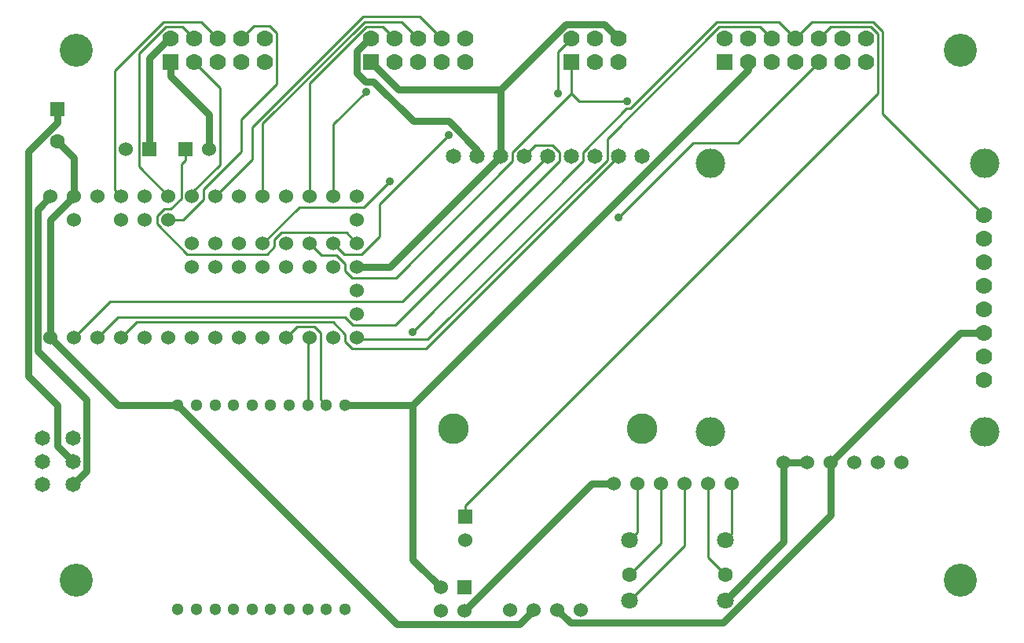
<source format=gbl>
G04 (created by PCBNEW (2013-jul-07)-stable) date Mon 24 Nov 2014 01:20:38 PM PST*
%MOIN*%
G04 Gerber Fmt 3.4, Leading zero omitted, Abs format*
%FSLAX34Y34*%
G01*
G70*
G90*
G04 APERTURE LIST*
%ADD10C,0.00590551*%
%ADD11C,0.0511811*%
%ADD12C,0.06*%
%ADD13R,0.06X0.06*%
%ADD14C,0.0629921*%
%ADD15C,0.0708661*%
%ADD16C,0.065*%
%ADD17C,0.13*%
%ADD18C,0.07*%
%ADD19C,0.125*%
%ADD20R,0.07X0.07*%
%ADD21R,0.063X0.063*%
%ADD22C,0.063*%
%ADD23C,0.14*%
%ADD24C,0.035*%
%ADD25C,0.03*%
%ADD26C,0.01*%
G04 APERTURE END LIST*
G54D10*
G54D11*
X23893Y-27569D03*
X23105Y-27569D03*
X22318Y-27569D03*
X21531Y-27569D03*
X20743Y-27569D03*
X19956Y-27569D03*
X19168Y-27569D03*
X18381Y-27569D03*
X17594Y-27569D03*
X16806Y-27569D03*
X16806Y-36230D03*
X17594Y-36230D03*
X18381Y-36230D03*
X19168Y-36230D03*
X19956Y-36230D03*
X20743Y-36230D03*
X21531Y-36230D03*
X22318Y-36230D03*
X23105Y-36230D03*
X23893Y-36230D03*
G54D12*
X11400Y-24700D03*
X12400Y-24700D03*
X13400Y-24700D03*
X14400Y-24700D03*
X15400Y-24700D03*
X16400Y-24700D03*
X17400Y-24700D03*
X18400Y-24700D03*
X19400Y-24700D03*
X20400Y-24700D03*
X21400Y-24700D03*
X22400Y-24700D03*
X23400Y-24700D03*
X24400Y-24700D03*
X24400Y-23700D03*
X24400Y-22700D03*
X24400Y-21700D03*
X24400Y-20700D03*
X24400Y-19700D03*
X24400Y-18700D03*
X23400Y-18700D03*
X22400Y-18700D03*
X21400Y-18700D03*
X20400Y-18700D03*
X19400Y-18700D03*
X18400Y-18700D03*
X17400Y-18700D03*
X16400Y-18700D03*
X15400Y-18700D03*
X14400Y-18700D03*
X13400Y-18700D03*
X12400Y-18700D03*
X11400Y-18700D03*
X17400Y-21700D03*
X18400Y-21700D03*
X19400Y-21700D03*
X20400Y-21700D03*
X21400Y-21700D03*
X22400Y-21700D03*
X23400Y-21700D03*
X23400Y-20700D03*
X22400Y-20700D03*
X21400Y-20700D03*
X20400Y-20700D03*
X19400Y-20700D03*
X18400Y-20700D03*
X17400Y-20700D03*
X16400Y-19700D03*
X15400Y-19700D03*
X14400Y-19700D03*
X12400Y-19700D03*
X35300Y-30900D03*
X36300Y-30900D03*
X37300Y-30900D03*
X38300Y-30900D03*
X39300Y-30900D03*
X40300Y-30900D03*
X33900Y-36250D03*
X32900Y-36250D03*
X31900Y-36250D03*
X30900Y-36250D03*
G54D13*
X28950Y-35300D03*
G54D12*
X28950Y-36300D03*
X27950Y-35300D03*
X27950Y-36300D03*
G54D13*
X17140Y-16700D03*
G54D12*
X18140Y-16700D03*
G54D13*
X15600Y-16700D03*
G54D12*
X14600Y-16700D03*
G54D13*
X29000Y-32300D03*
G54D12*
X29000Y-33300D03*
X42500Y-30000D03*
X43500Y-30000D03*
X44500Y-30000D03*
X45500Y-30000D03*
X46500Y-30000D03*
X47500Y-30000D03*
G54D14*
X35972Y-34750D03*
X40027Y-34750D03*
G54D15*
X35972Y-33293D03*
X35976Y-35852D03*
X40027Y-33293D03*
X40027Y-35852D03*
G54D16*
X12350Y-30930D03*
X12350Y-29950D03*
X12350Y-28970D03*
X11050Y-28970D03*
X11050Y-29950D03*
X11050Y-30930D03*
X36500Y-17000D03*
X35500Y-17000D03*
X34500Y-17000D03*
X33500Y-17000D03*
X32500Y-17000D03*
X31500Y-17000D03*
X30500Y-17000D03*
X29500Y-17000D03*
G54D17*
X36500Y-28560D03*
X28500Y-28560D03*
G54D16*
X28500Y-17000D03*
G54D18*
X51000Y-19500D03*
X51000Y-20500D03*
X51000Y-21500D03*
X51000Y-22500D03*
X51000Y-23500D03*
X51000Y-24500D03*
X51000Y-25500D03*
X51000Y-26500D03*
G54D19*
X51030Y-17290D03*
X51030Y-28710D03*
X39410Y-17290D03*
X39410Y-28710D03*
G54D20*
X40000Y-13000D03*
G54D18*
X40000Y-12000D03*
X41000Y-13000D03*
X41000Y-12000D03*
X42000Y-13000D03*
X42000Y-12000D03*
X43000Y-13000D03*
X43000Y-12000D03*
X44000Y-13000D03*
X44000Y-12000D03*
X45000Y-13000D03*
X45000Y-12000D03*
X46000Y-13000D03*
X46000Y-12000D03*
G54D20*
X16500Y-13000D03*
G54D18*
X16500Y-12000D03*
X17500Y-13000D03*
X17500Y-12000D03*
X18500Y-13000D03*
X18500Y-12000D03*
X19500Y-13000D03*
X19500Y-12000D03*
X20500Y-13000D03*
X20500Y-12000D03*
G54D20*
X25000Y-13000D03*
G54D18*
X25000Y-12000D03*
X26000Y-13000D03*
X26000Y-12000D03*
X27000Y-13000D03*
X27000Y-12000D03*
X28000Y-13000D03*
X28000Y-12000D03*
X29000Y-13000D03*
X29000Y-12000D03*
G54D20*
X33500Y-13000D03*
G54D18*
X33500Y-12000D03*
X34500Y-13000D03*
X34500Y-12000D03*
X35500Y-13000D03*
X35500Y-12000D03*
G54D21*
X11690Y-14991D03*
G54D22*
X11690Y-16369D03*
G54D23*
X50000Y-35000D03*
X50000Y-12500D03*
X12500Y-35000D03*
X12500Y-12500D03*
G54D24*
X35506Y-19594D03*
X32944Y-14317D03*
X28282Y-16106D03*
X35850Y-14653D03*
X25784Y-18077D03*
X26749Y-24450D03*
X24796Y-14251D03*
G54D25*
X26774Y-34124D02*
X26774Y-27569D01*
X27950Y-35300D02*
X26774Y-34124D01*
X41000Y-13343D02*
X26774Y-27569D01*
X41000Y-13000D02*
X41000Y-13343D01*
X26774Y-27569D02*
X23893Y-27569D01*
X34350Y-30900D02*
X35300Y-30900D01*
X28950Y-36300D02*
X34350Y-30900D01*
X15600Y-12828D02*
X15600Y-16700D01*
X16428Y-12000D02*
X15600Y-12828D01*
X16500Y-12000D02*
X16428Y-12000D01*
X12926Y-30353D02*
X12350Y-30930D01*
X12926Y-27338D02*
X12926Y-30353D01*
X10847Y-25259D02*
X12926Y-27338D01*
X10847Y-19252D02*
X10847Y-25259D01*
X11400Y-18700D02*
X10847Y-19252D01*
X24927Y-12000D02*
X25000Y-12000D01*
X24399Y-12528D02*
X24927Y-12000D01*
X24399Y-13464D02*
X24399Y-12528D01*
X24761Y-13826D02*
X24399Y-13464D01*
X25107Y-13826D02*
X24761Y-13826D01*
X26792Y-15511D02*
X25107Y-13826D01*
X28288Y-15511D02*
X26792Y-15511D01*
X29500Y-16722D02*
X28288Y-15511D01*
X29500Y-17000D02*
X29500Y-16722D01*
X44500Y-32236D02*
X44500Y-30000D01*
X39929Y-36807D02*
X44500Y-32236D01*
X33457Y-36807D02*
X39929Y-36807D01*
X32900Y-36250D02*
X33457Y-36807D01*
X50000Y-24500D02*
X51000Y-24500D01*
X44500Y-30000D02*
X50000Y-24500D01*
G54D26*
X38657Y-16443D02*
X35506Y-19594D01*
X40556Y-16443D02*
X38657Y-16443D01*
X44000Y-13000D02*
X40556Y-16443D01*
X32944Y-12555D02*
X32944Y-14317D01*
X33500Y-12000D02*
X32944Y-12555D01*
X23856Y-21156D02*
X23400Y-20700D01*
X24589Y-21156D02*
X23856Y-21156D01*
X25356Y-20389D02*
X24589Y-21156D01*
X25356Y-19033D02*
X25356Y-20389D01*
X28282Y-16106D02*
X25356Y-19033D01*
X22900Y-21200D02*
X22400Y-20700D01*
X23540Y-21200D02*
X22900Y-21200D01*
X23900Y-21559D02*
X23540Y-21200D01*
X23900Y-21863D02*
X23900Y-21559D01*
X24188Y-22152D02*
X23900Y-21863D01*
X26048Y-22152D02*
X24188Y-22152D01*
X31000Y-17200D02*
X26048Y-22152D01*
X31000Y-16821D02*
X31000Y-17200D01*
X33500Y-14321D02*
X31000Y-16821D01*
X33500Y-13000D02*
X33500Y-14321D01*
X33832Y-14653D02*
X35850Y-14653D01*
X33500Y-14321D02*
X33832Y-14653D01*
X24710Y-19151D02*
X25784Y-18077D01*
X21948Y-19151D02*
X24710Y-19151D01*
X20400Y-20700D02*
X21948Y-19151D01*
X46509Y-14340D02*
X29000Y-31849D01*
X46509Y-11790D02*
X46509Y-14340D01*
X46209Y-11491D02*
X46509Y-11790D01*
X44508Y-11491D02*
X46209Y-11491D01*
X44000Y-12000D02*
X44508Y-11491D01*
X29000Y-32300D02*
X29000Y-31849D01*
X15055Y-24044D02*
X14400Y-24700D01*
X23383Y-24044D02*
X15055Y-24044D01*
X23900Y-24560D02*
X23383Y-24044D01*
X23900Y-24857D02*
X23900Y-24560D01*
X24203Y-25161D02*
X23900Y-24857D01*
X27338Y-25161D02*
X24203Y-25161D01*
X35500Y-17000D02*
X27338Y-25161D01*
X14256Y-23843D02*
X13400Y-24700D01*
X23906Y-23843D02*
X14256Y-23843D01*
X24214Y-24150D02*
X23906Y-23843D01*
X26046Y-24150D02*
X24214Y-24150D01*
X33000Y-17197D02*
X26046Y-24150D01*
X33000Y-16820D02*
X33000Y-17197D01*
X32703Y-16523D02*
X33000Y-16820D01*
X31976Y-16523D02*
X32703Y-16523D01*
X31500Y-17000D02*
X31976Y-16523D01*
X13936Y-23163D02*
X12400Y-24700D01*
X26336Y-23163D02*
X13936Y-23163D01*
X32500Y-17000D02*
X26336Y-23163D01*
X36300Y-32965D02*
X36300Y-30900D01*
X35972Y-33293D02*
X36300Y-32965D01*
X37300Y-33422D02*
X37300Y-30900D01*
X35972Y-34750D02*
X37300Y-33422D01*
X38300Y-33528D02*
X38300Y-30900D01*
X35976Y-35852D02*
X38300Y-33528D01*
X40300Y-33020D02*
X40300Y-30900D01*
X40027Y-33293D02*
X40300Y-33020D01*
X39300Y-34022D02*
X39300Y-30900D01*
X40027Y-34750D02*
X39300Y-34022D01*
X41498Y-11498D02*
X42000Y-12000D01*
X39775Y-11498D02*
X41498Y-11498D01*
X35022Y-16250D02*
X39775Y-11498D01*
X35022Y-17159D02*
X35022Y-16250D01*
X27406Y-24775D02*
X35022Y-17159D01*
X24475Y-24775D02*
X27406Y-24775D01*
X24400Y-24700D02*
X24475Y-24775D01*
X43708Y-11291D02*
X43000Y-12000D01*
X46292Y-11291D02*
X43708Y-11291D01*
X46709Y-11707D02*
X46292Y-11291D01*
X46709Y-15209D02*
X46709Y-11707D01*
X51000Y-19500D02*
X46709Y-15209D01*
X42285Y-11285D02*
X43000Y-12000D01*
X39679Y-11285D02*
X42285Y-11285D01*
X35985Y-14979D02*
X39679Y-11285D01*
X35844Y-14979D02*
X35985Y-14979D01*
X34000Y-16823D02*
X35844Y-14979D01*
X34000Y-17199D02*
X34000Y-16823D01*
X26749Y-24450D02*
X34000Y-17199D01*
X23400Y-15648D02*
X23400Y-18700D01*
X24796Y-14251D02*
X23400Y-15648D01*
X17400Y-18548D02*
X17400Y-18700D01*
X18595Y-17352D02*
X17400Y-18548D01*
X18595Y-14095D02*
X18595Y-17352D01*
X17500Y-13000D02*
X18595Y-14095D01*
X22400Y-13887D02*
X22400Y-18700D01*
X24793Y-11494D02*
X22400Y-13887D01*
X25494Y-11494D02*
X24793Y-11494D01*
X26000Y-12000D02*
X25494Y-11494D01*
X26289Y-11289D02*
X27000Y-12000D01*
X24714Y-11289D02*
X26289Y-11289D01*
X20400Y-15603D02*
X24714Y-11289D01*
X20400Y-18700D02*
X20400Y-15603D01*
X19967Y-17132D02*
X18400Y-18700D01*
X19967Y-15752D02*
X19967Y-17132D01*
X24648Y-11071D02*
X19967Y-15752D01*
X27071Y-11071D02*
X24648Y-11071D01*
X28000Y-12000D02*
X27071Y-11071D01*
X15149Y-17449D02*
X16400Y-18700D01*
X15149Y-12633D02*
X15149Y-17449D01*
X16287Y-11495D02*
X15149Y-12633D01*
X16995Y-11495D02*
X16287Y-11495D01*
X17500Y-12000D02*
X16995Y-11495D01*
X14125Y-18425D02*
X14400Y-18700D01*
X14125Y-13374D02*
X14125Y-18425D01*
X16209Y-11290D02*
X14125Y-13374D01*
X17790Y-11290D02*
X16209Y-11290D01*
X18500Y-12000D02*
X17790Y-11290D01*
X17038Y-19700D02*
X16400Y-19700D01*
X17900Y-18838D02*
X17038Y-19700D01*
X17900Y-18388D02*
X17900Y-18838D01*
X19500Y-16788D02*
X17900Y-18388D01*
X19500Y-15422D02*
X19500Y-16788D01*
X21000Y-13922D02*
X19500Y-15422D01*
X21000Y-11759D02*
X21000Y-13922D01*
X20711Y-11470D02*
X21000Y-11759D01*
X20029Y-11470D02*
X20711Y-11470D01*
X19500Y-12000D02*
X20029Y-11470D01*
X23948Y-20248D02*
X24400Y-20700D01*
X21194Y-20248D02*
X23948Y-20248D01*
X20900Y-20543D02*
X21194Y-20248D01*
X20900Y-20836D02*
X20900Y-20543D01*
X20586Y-21150D02*
X20900Y-20836D01*
X17212Y-21150D02*
X20586Y-21150D01*
X15934Y-19872D02*
X17212Y-21150D01*
X15934Y-19528D02*
X15934Y-19872D01*
X16213Y-19249D02*
X15934Y-19528D01*
X16511Y-19249D02*
X16213Y-19249D01*
X16949Y-18811D02*
X16511Y-19249D01*
X16949Y-17340D02*
X16949Y-18811D01*
X17140Y-17150D02*
X16949Y-17340D01*
X17140Y-16700D02*
X17140Y-17150D01*
X22318Y-24781D02*
X22318Y-27569D01*
X22400Y-24700D02*
X22318Y-24781D01*
X22860Y-27323D02*
X23105Y-27569D01*
X22860Y-24512D02*
X22860Y-27323D01*
X22594Y-24246D02*
X22860Y-24512D01*
X21853Y-24246D02*
X22594Y-24246D01*
X21400Y-24700D02*
X21853Y-24246D01*
G54D25*
X33258Y-11393D02*
X30500Y-14151D01*
X34893Y-11393D02*
X33258Y-11393D01*
X35500Y-12000D02*
X34893Y-11393D01*
X42500Y-33379D02*
X40027Y-35852D01*
X42500Y-30000D02*
X42500Y-33379D01*
X43500Y-30000D02*
X42500Y-30000D01*
X30500Y-14151D02*
X30500Y-17000D01*
X18140Y-15240D02*
X16500Y-13600D01*
X18140Y-16700D02*
X18140Y-15240D01*
X16500Y-13000D02*
X16500Y-13600D01*
X26103Y-36866D02*
X16806Y-27569D01*
X31283Y-36866D02*
X26103Y-36866D01*
X31900Y-36250D02*
X31283Y-36866D01*
X25800Y-21700D02*
X24400Y-21700D01*
X30500Y-17000D02*
X25800Y-21700D01*
X26151Y-14151D02*
X25000Y-13000D01*
X30500Y-14151D02*
X26151Y-14151D01*
X14269Y-27569D02*
X11400Y-24700D01*
X16806Y-27569D02*
X14269Y-27569D01*
X12400Y-17079D02*
X12400Y-18700D01*
X11690Y-16369D02*
X12400Y-17079D01*
X11400Y-19700D02*
X11400Y-24700D01*
X12400Y-18700D02*
X11400Y-19700D01*
X11690Y-14990D02*
X11690Y-15556D01*
X11700Y-29300D02*
X12350Y-29950D01*
X11700Y-27572D02*
X11700Y-29300D01*
X10447Y-26320D02*
X11700Y-27572D01*
X10447Y-16798D02*
X10447Y-26320D01*
X11690Y-15556D02*
X10447Y-16798D01*
M02*

</source>
